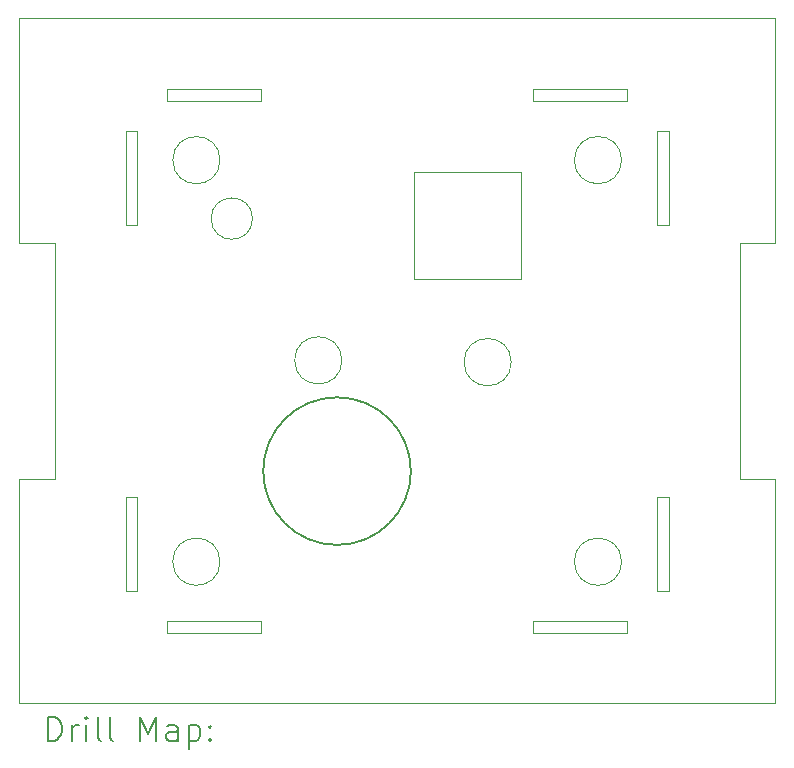
<source format=gbr>
%TF.GenerationSoftware,KiCad,Pcbnew,7.0.2*%
%TF.CreationDate,2023-06-06T15:13:50-04:00*%
%TF.ProjectId,baseplate,62617365-706c-4617-9465-2e6b69636164,rev?*%
%TF.SameCoordinates,Original*%
%TF.FileFunction,Drillmap*%
%TF.FilePolarity,Positive*%
%FSLAX45Y45*%
G04 Gerber Fmt 4.5, Leading zero omitted, Abs format (unit mm)*
G04 Created by KiCad (PCBNEW 7.0.2) date 2023-06-06 15:13:50*
%MOMM*%
%LPD*%
G01*
G04 APERTURE LIST*
%ADD10C,0.050000*%
%ADD11C,0.200000*%
G04 APERTURE END LIST*
D10*
X7500000Y-7450000D02*
X7500000Y-8250000D01*
X11650000Y-4000000D02*
X11650000Y-4100000D01*
X11900000Y-8250000D02*
X11900000Y-7450000D01*
X7400000Y-7450000D02*
X7500000Y-7450000D01*
X12600000Y-7300000D02*
X12600000Y-5300000D01*
X12000000Y-5150000D02*
X11900000Y-5150000D01*
X11600000Y-8000000D02*
G75*
G03*
X11600000Y-8000000I-200000J0D01*
G01*
X7750000Y-4000000D02*
X8550000Y-4000000D01*
X7750000Y-8500000D02*
X8550000Y-8500000D01*
X8550000Y-8500000D02*
X8550000Y-8600000D01*
X7500000Y-8250000D02*
X7400000Y-8250000D01*
X8550000Y-4000000D02*
X8550000Y-4100000D01*
X11650000Y-4100000D02*
X10850000Y-4100000D01*
X11650000Y-8600000D02*
X10850000Y-8600000D01*
X7400000Y-8250000D02*
X7400000Y-7450000D01*
X8550000Y-8600000D02*
X7750000Y-8600000D01*
X10850000Y-8600000D02*
X10850000Y-8500000D01*
D11*
X9816000Y-7233000D02*
G75*
G03*
X9816000Y-7233000I-625000J0D01*
G01*
D10*
X12000000Y-4350000D02*
X12000000Y-5150000D01*
X6500000Y-9200000D02*
X12900000Y-9200000D01*
X11600000Y-4600000D02*
G75*
G03*
X11600000Y-4600000I-200000J0D01*
G01*
X10666000Y-6310000D02*
G75*
G03*
X10666000Y-6310000I-200000J0D01*
G01*
X12900000Y-5300000D02*
X12900000Y-3400000D01*
X8200000Y-4600000D02*
G75*
G03*
X8200000Y-4600000I-200000J0D01*
G01*
X9232000Y-6295000D02*
G75*
G03*
X9232000Y-6295000I-200000J0D01*
G01*
X8200000Y-8000000D02*
G75*
G03*
X8200000Y-8000000I-200000J0D01*
G01*
X10850000Y-4100000D02*
X10850000Y-4000000D01*
X12900000Y-7300000D02*
X12900000Y-9200000D01*
X6500000Y-5300000D02*
X6500000Y-3400000D01*
X6800000Y-7300000D02*
X6500000Y-7300000D01*
X12900000Y-7300000D02*
X12600000Y-7300000D01*
X12900000Y-3400000D02*
X6500000Y-3400000D01*
X7400000Y-5150000D02*
X7400000Y-4350000D01*
X7400000Y-4350000D02*
X7500000Y-4350000D01*
X10850000Y-4000000D02*
X11650000Y-4000000D01*
X8550000Y-4100000D02*
X7750000Y-4100000D01*
X7500000Y-4350000D02*
X7500000Y-5150000D01*
X12000000Y-7450000D02*
X12000000Y-8250000D01*
X7750000Y-8600000D02*
X7750000Y-8500000D01*
X6500000Y-5300000D02*
X6800000Y-5300000D01*
X6800000Y-5300000D02*
X6800000Y-7300000D01*
X10850000Y-8500000D02*
X11650000Y-8500000D01*
X12000000Y-8250000D02*
X11900000Y-8250000D01*
X7500000Y-5150000D02*
X7400000Y-5150000D01*
X11650000Y-8500000D02*
X11650000Y-8600000D01*
X9846000Y-4704000D02*
X10746000Y-4704000D01*
X10746000Y-5604000D01*
X9846000Y-5604000D01*
X9846000Y-4704000D01*
X7750000Y-4100000D02*
X7750000Y-4000000D01*
X6500000Y-7300000D02*
X6500000Y-9200000D01*
X11900000Y-4350000D02*
X12000000Y-4350000D01*
X11900000Y-5150000D02*
X11900000Y-4350000D01*
X12600000Y-5300000D02*
X12900000Y-5300000D01*
X8475000Y-5095000D02*
G75*
G03*
X8475000Y-5095000I-175000J0D01*
G01*
X11900000Y-7450000D02*
X12000000Y-7450000D01*
D11*
X6745119Y-9515024D02*
X6745119Y-9315024D01*
X6745119Y-9315024D02*
X6792738Y-9315024D01*
X6792738Y-9315024D02*
X6821309Y-9324548D01*
X6821309Y-9324548D02*
X6840357Y-9343595D01*
X6840357Y-9343595D02*
X6849881Y-9362643D01*
X6849881Y-9362643D02*
X6859405Y-9400738D01*
X6859405Y-9400738D02*
X6859405Y-9429310D01*
X6859405Y-9429310D02*
X6849881Y-9467405D01*
X6849881Y-9467405D02*
X6840357Y-9486452D01*
X6840357Y-9486452D02*
X6821309Y-9505500D01*
X6821309Y-9505500D02*
X6792738Y-9515024D01*
X6792738Y-9515024D02*
X6745119Y-9515024D01*
X6945119Y-9515024D02*
X6945119Y-9381690D01*
X6945119Y-9419786D02*
X6954643Y-9400738D01*
X6954643Y-9400738D02*
X6964167Y-9391214D01*
X6964167Y-9391214D02*
X6983214Y-9381690D01*
X6983214Y-9381690D02*
X7002262Y-9381690D01*
X7068928Y-9515024D02*
X7068928Y-9381690D01*
X7068928Y-9315024D02*
X7059405Y-9324548D01*
X7059405Y-9324548D02*
X7068928Y-9334071D01*
X7068928Y-9334071D02*
X7078452Y-9324548D01*
X7078452Y-9324548D02*
X7068928Y-9315024D01*
X7068928Y-9315024D02*
X7068928Y-9334071D01*
X7192738Y-9515024D02*
X7173690Y-9505500D01*
X7173690Y-9505500D02*
X7164167Y-9486452D01*
X7164167Y-9486452D02*
X7164167Y-9315024D01*
X7297500Y-9515024D02*
X7278452Y-9505500D01*
X7278452Y-9505500D02*
X7268928Y-9486452D01*
X7268928Y-9486452D02*
X7268928Y-9315024D01*
X7526071Y-9515024D02*
X7526071Y-9315024D01*
X7526071Y-9315024D02*
X7592738Y-9457881D01*
X7592738Y-9457881D02*
X7659405Y-9315024D01*
X7659405Y-9315024D02*
X7659405Y-9515024D01*
X7840357Y-9515024D02*
X7840357Y-9410262D01*
X7840357Y-9410262D02*
X7830833Y-9391214D01*
X7830833Y-9391214D02*
X7811786Y-9381690D01*
X7811786Y-9381690D02*
X7773690Y-9381690D01*
X7773690Y-9381690D02*
X7754643Y-9391214D01*
X7840357Y-9505500D02*
X7821309Y-9515024D01*
X7821309Y-9515024D02*
X7773690Y-9515024D01*
X7773690Y-9515024D02*
X7754643Y-9505500D01*
X7754643Y-9505500D02*
X7745119Y-9486452D01*
X7745119Y-9486452D02*
X7745119Y-9467405D01*
X7745119Y-9467405D02*
X7754643Y-9448357D01*
X7754643Y-9448357D02*
X7773690Y-9438833D01*
X7773690Y-9438833D02*
X7821309Y-9438833D01*
X7821309Y-9438833D02*
X7840357Y-9429310D01*
X7935595Y-9381690D02*
X7935595Y-9581690D01*
X7935595Y-9391214D02*
X7954643Y-9381690D01*
X7954643Y-9381690D02*
X7992738Y-9381690D01*
X7992738Y-9381690D02*
X8011786Y-9391214D01*
X8011786Y-9391214D02*
X8021309Y-9400738D01*
X8021309Y-9400738D02*
X8030833Y-9419786D01*
X8030833Y-9419786D02*
X8030833Y-9476929D01*
X8030833Y-9476929D02*
X8021309Y-9495976D01*
X8021309Y-9495976D02*
X8011786Y-9505500D01*
X8011786Y-9505500D02*
X7992738Y-9515024D01*
X7992738Y-9515024D02*
X7954643Y-9515024D01*
X7954643Y-9515024D02*
X7935595Y-9505500D01*
X8116548Y-9495976D02*
X8126071Y-9505500D01*
X8126071Y-9505500D02*
X8116548Y-9515024D01*
X8116548Y-9515024D02*
X8107024Y-9505500D01*
X8107024Y-9505500D02*
X8116548Y-9495976D01*
X8116548Y-9495976D02*
X8116548Y-9515024D01*
X8116548Y-9391214D02*
X8126071Y-9400738D01*
X8126071Y-9400738D02*
X8116548Y-9410262D01*
X8116548Y-9410262D02*
X8107024Y-9400738D01*
X8107024Y-9400738D02*
X8116548Y-9391214D01*
X8116548Y-9391214D02*
X8116548Y-9410262D01*
M02*

</source>
